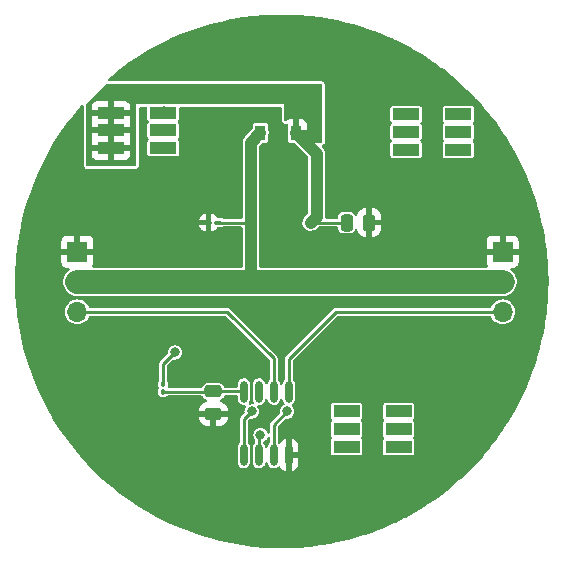
<source format=gtl>
G04 #@! TF.GenerationSoftware,KiCad,Pcbnew,7.0.8*
G04 #@! TF.CreationDate,2023-12-04T03:04:35-07:00*
G04 #@! TF.ProjectId,Lit,4c69742e-6b69-4636-9164-5f7063625858,rev?*
G04 #@! TF.SameCoordinates,Original*
G04 #@! TF.FileFunction,Copper,L1,Top*
G04 #@! TF.FilePolarity,Positive*
%FSLAX46Y46*%
G04 Gerber Fmt 4.6, Leading zero omitted, Abs format (unit mm)*
G04 Created by KiCad (PCBNEW 7.0.8) date 2023-12-04 03:04:35*
%MOMM*%
%LPD*%
G01*
G04 APERTURE LIST*
G04 Aperture macros list*
%AMRoundRect*
0 Rectangle with rounded corners*
0 $1 Rounding radius*
0 $2 $3 $4 $5 $6 $7 $8 $9 X,Y pos of 4 corners*
0 Add a 4 corners polygon primitive as box body*
4,1,4,$2,$3,$4,$5,$6,$7,$8,$9,$2,$3,0*
0 Add four circle primitives for the rounded corners*
1,1,$1+$1,$2,$3*
1,1,$1+$1,$4,$5*
1,1,$1+$1,$6,$7*
1,1,$1+$1,$8,$9*
0 Add four rect primitives between the rounded corners*
20,1,$1+$1,$2,$3,$4,$5,0*
20,1,$1+$1,$4,$5,$6,$7,0*
20,1,$1+$1,$6,$7,$8,$9,0*
20,1,$1+$1,$8,$9,$2,$3,0*%
%AMFreePoly0*
4,1,9,3.862500,-0.866500,0.737500,-0.866500,0.737500,-0.450000,-0.737500,-0.450000,-0.737500,0.450000,0.737500,0.450000,0.737500,0.866500,3.862500,0.866500,3.862500,-0.866500,3.862500,-0.866500,$1*%
G04 Aperture macros list end*
G04 #@! TA.AperFunction,SMDPad,CuDef*
%ADD10R,0.900000X1.300000*%
G04 #@! TD*
G04 #@! TA.AperFunction,SMDPad,CuDef*
%ADD11FreePoly0,270.000000*%
G04 #@! TD*
G04 #@! TA.AperFunction,SMDPad,CuDef*
%ADD12R,2.260000X1.000000*%
G04 #@! TD*
G04 #@! TA.AperFunction,SMDPad,CuDef*
%ADD13RoundRect,0.250000X-0.475000X0.250000X-0.475000X-0.250000X0.475000X-0.250000X0.475000X0.250000X0*%
G04 #@! TD*
G04 #@! TA.AperFunction,SMDPad,CuDef*
%ADD14RoundRect,0.100000X-0.100000X0.130000X-0.100000X-0.130000X0.100000X-0.130000X0.100000X0.130000X0*%
G04 #@! TD*
G04 #@! TA.AperFunction,SMDPad,CuDef*
%ADD15RoundRect,0.250000X0.250000X0.475000X-0.250000X0.475000X-0.250000X-0.475000X0.250000X-0.475000X0*%
G04 #@! TD*
G04 #@! TA.AperFunction,ComponentPad*
%ADD16R,1.700000X1.700000*%
G04 #@! TD*
G04 #@! TA.AperFunction,ComponentPad*
%ADD17O,1.700000X1.700000*%
G04 #@! TD*
G04 #@! TA.AperFunction,SMDPad,CuDef*
%ADD18RoundRect,0.100000X-0.217500X-0.100000X0.217500X-0.100000X0.217500X0.100000X-0.217500X0.100000X0*%
G04 #@! TD*
G04 #@! TA.AperFunction,SMDPad,CuDef*
%ADD19O,0.630000X1.860000*%
G04 #@! TD*
G04 #@! TA.AperFunction,ViaPad*
%ADD20C,0.800000*%
G04 #@! TD*
G04 #@! TA.AperFunction,Conductor*
%ADD21C,1.000000*%
G04 #@! TD*
G04 #@! TA.AperFunction,Conductor*
%ADD22C,0.250000*%
G04 #@! TD*
G04 #@! TA.AperFunction,Conductor*
%ADD23C,2.000000*%
G04 #@! TD*
G04 APERTURE END LIST*
D10*
X135500000Y-81412500D03*
D11*
X137000000Y-81500000D03*
D10*
X138500000Y-81412500D03*
D12*
X127260000Y-82700000D03*
X127260000Y-81200000D03*
X127260000Y-79700000D03*
X122840000Y-79700000D03*
X122840000Y-81200000D03*
X122840000Y-82700000D03*
X147832500Y-82825000D03*
X147832500Y-81325000D03*
X147832500Y-79825000D03*
X152252500Y-79825000D03*
X152252500Y-81325000D03*
X152252500Y-82825000D03*
X142790000Y-105000000D03*
X142790000Y-106500000D03*
X142790000Y-108000000D03*
X147210000Y-108000000D03*
X147210000Y-106500000D03*
X147210000Y-105000000D03*
D13*
X131500000Y-103300000D03*
X131500000Y-105200000D03*
D14*
X127250000Y-102680000D03*
X127250000Y-103320000D03*
D15*
X144700000Y-89000000D03*
X142800000Y-89000000D03*
D16*
X156000000Y-91475000D03*
D17*
X156000000Y-94015000D03*
X156000000Y-96555000D03*
D18*
X131092500Y-89000000D03*
X131907500Y-89000000D03*
D19*
X134090000Y-108680000D03*
X135370000Y-108680000D03*
X136630000Y-108680000D03*
X137900000Y-108680000D03*
X137900000Y-103320000D03*
X136630000Y-103320000D03*
X135370000Y-103320000D03*
X134090000Y-103320000D03*
D16*
X120000000Y-91475000D03*
D17*
X120000000Y-94015000D03*
X120000000Y-96555000D03*
D20*
X128250000Y-100000000D03*
X139750000Y-89000000D03*
X142750000Y-105000000D03*
X137750000Y-105000000D03*
X134750000Y-105000000D03*
X142750000Y-106500000D03*
X135500000Y-107000000D03*
X142750000Y-108000000D03*
X152250000Y-79750000D03*
X147250000Y-108000000D03*
X152250000Y-81250000D03*
X147250000Y-106500000D03*
X147250000Y-105000000D03*
X152250000Y-82750000D03*
X127325000Y-79600000D03*
X147625000Y-79775000D03*
X147575000Y-81325000D03*
X127325000Y-81100000D03*
X127325000Y-82750000D03*
X147775000Y-82850000D03*
D21*
X134685000Y-82227500D02*
X134685000Y-88995000D01*
X135500000Y-81412500D02*
X134685000Y-82227500D01*
X140250000Y-88500000D02*
X139750000Y-89000000D01*
X140250000Y-83162500D02*
X140250000Y-88500000D01*
X138500000Y-81412500D02*
X140250000Y-83162500D01*
D22*
X131907500Y-89000000D02*
X134680000Y-89000000D01*
D21*
X134685000Y-93730000D02*
X134685000Y-88995000D01*
D22*
X134400000Y-94015000D02*
X134685000Y-93730000D01*
X134680000Y-89000000D02*
X134685000Y-88995000D01*
D23*
X120000000Y-94015000D02*
X134400000Y-94015000D01*
X134400000Y-94015000D02*
X156000000Y-94015000D01*
D22*
X139770000Y-89000000D02*
X139765000Y-88995000D01*
X142800000Y-89000000D02*
X139770000Y-89000000D01*
X127250000Y-101000000D02*
X128250000Y-100000000D01*
X127250000Y-102680000D02*
X127250000Y-101000000D01*
X134070000Y-103300000D02*
X134090000Y-103320000D01*
X127250000Y-103320000D02*
X131480000Y-103320000D01*
X131500000Y-103300000D02*
X134070000Y-103300000D01*
X131480000Y-103320000D02*
X131500000Y-103300000D01*
X136630000Y-106120000D02*
X137750000Y-105000000D01*
X136630000Y-108680000D02*
X136630000Y-106120000D01*
X134090000Y-105660000D02*
X134090000Y-108680000D01*
X134750000Y-105000000D02*
X134090000Y-105660000D01*
X135370000Y-107130000D02*
X135500000Y-107000000D01*
X135370000Y-108680000D02*
X135370000Y-107130000D01*
X136630000Y-100505000D02*
X132680000Y-96555000D01*
X132680000Y-96555000D02*
X120000000Y-96555000D01*
X136630000Y-103320000D02*
X136630000Y-100505000D01*
X141895000Y-96555000D02*
X156000000Y-96555000D01*
X137900000Y-103320000D02*
X137900000Y-100550000D01*
X137900000Y-100550000D02*
X141895000Y-96555000D01*
G04 #@! TA.AperFunction,Conductor*
G36*
X137799785Y-71394574D02*
G01*
X138641327Y-71429845D01*
X138747446Y-71435444D01*
X139580694Y-71505413D01*
X139692548Y-71516058D01*
X140516532Y-71620151D01*
X140633424Y-71636273D01*
X141446958Y-71773872D01*
X141568368Y-71795866D01*
X142370552Y-71966375D01*
X142495807Y-71994567D01*
X143285488Y-72197323D01*
X143414057Y-72232015D01*
X144190270Y-72466367D01*
X144321508Y-72507789D01*
X145083297Y-72773072D01*
X145216543Y-72821393D01*
X145962902Y-73116897D01*
X146097638Y-73172292D01*
X146827488Y-73497242D01*
X146917268Y-73538660D01*
X146963207Y-73559853D01*
X147675648Y-73913512D01*
X147811708Y-73983381D01*
X148130482Y-74158628D01*
X148505780Y-74364949D01*
X148539851Y-74384302D01*
X148641704Y-74442158D01*
X149316472Y-74850811D01*
X149451663Y-74935332D01*
X150106295Y-75370269D01*
X150240195Y-75462054D01*
X150821499Y-75884396D01*
X150873785Y-75922384D01*
X151005928Y-76021404D01*
X151617646Y-76506246D01*
X151747448Y-76612343D01*
X152336467Y-77120770D01*
X152463539Y-77233899D01*
X152566213Y-77330316D01*
X153029072Y-77764969D01*
X153152887Y-77884930D01*
X153694170Y-78437670D01*
X153759944Y-78507004D01*
X153814283Y-78564285D01*
X154258294Y-79057410D01*
X154330601Y-79137715D01*
X154446586Y-79270794D01*
X154937253Y-79863909D01*
X155048648Y-80003163D01*
X155497753Y-80594837D01*
X155512993Y-80614914D01*
X155609644Y-80746770D01*
X155619439Y-80760132D01*
X155756266Y-80957000D01*
X156056856Y-81389493D01*
X156157957Y-81540371D01*
X156374734Y-81881957D01*
X156566981Y-82184890D01*
X156567841Y-82186244D01*
X156663242Y-82342481D01*
X157045014Y-83003726D01*
X157134435Y-83165090D01*
X157487585Y-83840605D01*
X157570666Y-84006679D01*
X157894730Y-84695350D01*
X157971196Y-84865804D01*
X158265750Y-85566519D01*
X158335309Y-85740917D01*
X158599952Y-86452521D01*
X158662385Y-86630513D01*
X158896748Y-87351807D01*
X158951850Y-87533025D01*
X159155599Y-88262772D01*
X159203198Y-88446866D01*
X159376068Y-89183905D01*
X159415975Y-89370362D01*
X159557740Y-90113520D01*
X159589827Y-90301944D01*
X159700285Y-91049957D01*
X159724453Y-91239982D01*
X159803455Y-91991632D01*
X159819613Y-92182765D01*
X159867058Y-92936897D01*
X159875149Y-93128635D01*
X159892983Y-93980000D01*
X159875149Y-94831364D01*
X159867058Y-95023102D01*
X159819613Y-95777234D01*
X159803455Y-95968367D01*
X159724453Y-96720017D01*
X159700285Y-96910042D01*
X159589827Y-97658055D01*
X159557740Y-97846479D01*
X159415975Y-98589637D01*
X159376068Y-98776094D01*
X159203198Y-99513133D01*
X159155599Y-99697227D01*
X158951850Y-100426974D01*
X158896748Y-100608192D01*
X158662385Y-101329486D01*
X158599952Y-101507478D01*
X158335309Y-102219082D01*
X158265750Y-102393480D01*
X157971196Y-103094195D01*
X157894730Y-103264649D01*
X157570666Y-103953320D01*
X157487585Y-104119394D01*
X157134435Y-104794909D01*
X157045014Y-104956273D01*
X156663242Y-105617518D01*
X156567841Y-105773755D01*
X156157957Y-106419628D01*
X156056856Y-106570506D01*
X155619447Y-107199856D01*
X155513002Y-107345073D01*
X155048648Y-107956836D01*
X154937253Y-108096090D01*
X154446586Y-108689205D01*
X154330601Y-108822284D01*
X153814293Y-109395703D01*
X153694170Y-109522329D01*
X153152887Y-110075069D01*
X153029072Y-110195030D01*
X152463542Y-110726098D01*
X152336481Y-110839218D01*
X151747448Y-111347656D01*
X151617646Y-111453753D01*
X151005912Y-111938608D01*
X150873785Y-112037615D01*
X150240194Y-112497947D01*
X150106294Y-112589731D01*
X149451663Y-113024667D01*
X149316472Y-113109188D01*
X148641704Y-113517841D01*
X148505774Y-113595053D01*
X147811708Y-113976618D01*
X147675648Y-114046487D01*
X146963207Y-114400146D01*
X146827475Y-114462763D01*
X146097646Y-114787704D01*
X145962854Y-114843121D01*
X145216553Y-115138602D01*
X145169350Y-115155721D01*
X145083299Y-115186926D01*
X144321527Y-115452204D01*
X144190240Y-115493641D01*
X143414063Y-115727982D01*
X143285493Y-115762675D01*
X142495809Y-115965431D01*
X142370527Y-115993629D01*
X141568392Y-116164128D01*
X141446964Y-116186126D01*
X140633424Y-116323726D01*
X140516465Y-116339857D01*
X139692573Y-116443938D01*
X139580667Y-116454588D01*
X138747463Y-116524554D01*
X138641279Y-116530156D01*
X137799802Y-116565424D01*
X137699889Y-116566478D01*
X136851233Y-116566478D01*
X136758222Y-116563535D01*
X135903457Y-116527710D01*
X135817859Y-116521382D01*
X134958139Y-116449189D01*
X134880507Y-116440146D01*
X134016921Y-116331050D01*
X133947897Y-116320043D01*
X133081462Y-116173496D01*
X133021676Y-116161358D01*
X132153443Y-115976810D01*
X132147899Y-115975439D01*
X132103400Y-115964431D01*
X131234483Y-115741332D01*
X131211837Y-115734706D01*
X131194655Y-115729679D01*
X130326208Y-115467479D01*
X130297260Y-115457667D01*
X129430192Y-115155721D01*
X129412724Y-115148966D01*
X128548068Y-114806625D01*
X128542451Y-114804176D01*
X127682586Y-114421340D01*
X126835029Y-114000609D01*
X126005834Y-113544755D01*
X125196455Y-113054578D01*
X124408313Y-112530937D01*
X123642790Y-111974752D01*
X122901229Y-111386998D01*
X122184931Y-110768707D01*
X121495153Y-110120962D01*
X120833104Y-109444900D01*
X120199947Y-108741708D01*
X119596792Y-108012618D01*
X119024697Y-107258911D01*
X118484666Y-106481908D01*
X117977646Y-105682972D01*
X117843139Y-105450000D01*
X130275001Y-105450000D01*
X130275001Y-105499986D01*
X130285494Y-105602697D01*
X130340641Y-105769119D01*
X130340643Y-105769124D01*
X130432684Y-105918345D01*
X130556654Y-106042315D01*
X130705875Y-106134356D01*
X130705880Y-106134358D01*
X130872302Y-106189505D01*
X130872309Y-106189506D01*
X130975019Y-106199999D01*
X131249999Y-106199999D01*
X131250000Y-106199998D01*
X131250000Y-105450000D01*
X131750000Y-105450000D01*
X131750000Y-106199999D01*
X132024972Y-106199999D01*
X132024986Y-106199998D01*
X132127697Y-106189505D01*
X132294119Y-106134358D01*
X132294124Y-106134356D01*
X132443345Y-106042315D01*
X132567315Y-105918345D01*
X132659356Y-105769124D01*
X132659358Y-105769119D01*
X132714505Y-105602697D01*
X132714506Y-105602690D01*
X132724999Y-105499986D01*
X132725000Y-105499973D01*
X132725000Y-105450000D01*
X131750000Y-105450000D01*
X131250000Y-105450000D01*
X130275001Y-105450000D01*
X117843139Y-105450000D01*
X117504526Y-104863506D01*
X117066138Y-104024946D01*
X116663249Y-103168764D01*
X116296567Y-102296461D01*
X115966735Y-101409569D01*
X115674331Y-100509642D01*
X115419868Y-99598261D01*
X115203794Y-98677023D01*
X115026487Y-97747545D01*
X114888257Y-96811457D01*
X114861302Y-96555000D01*
X118944417Y-96555000D01*
X118964699Y-96760932D01*
X118964700Y-96760934D01*
X119024768Y-96958954D01*
X119122315Y-97141450D01*
X119122317Y-97141452D01*
X119253589Y-97301410D01*
X119350209Y-97380702D01*
X119413550Y-97432685D01*
X119596046Y-97530232D01*
X119794066Y-97590300D01*
X119794065Y-97590300D01*
X119812529Y-97592118D01*
X120000000Y-97610583D01*
X120205934Y-97590300D01*
X120403954Y-97530232D01*
X120586450Y-97432685D01*
X120746410Y-97301410D01*
X120877685Y-97141450D01*
X120975232Y-96958954D01*
X120975234Y-96958945D01*
X120976021Y-96957049D01*
X120976701Y-96956203D01*
X120978104Y-96953581D01*
X120978601Y-96953846D01*
X121019862Y-96902645D01*
X121086156Y-96880579D01*
X121090583Y-96880500D01*
X132493812Y-96880500D01*
X132560851Y-96900185D01*
X132581493Y-96916819D01*
X136268181Y-100603507D01*
X136301666Y-100664830D01*
X136304500Y-100691188D01*
X136304500Y-102249776D01*
X136284815Y-102316815D01*
X136265138Y-102340398D01*
X136226362Y-102376613D01*
X136152733Y-102497690D01*
X136118577Y-102619594D01*
X136081535Y-102678837D01*
X136018344Y-102708648D01*
X135949068Y-102699564D01*
X135895700Y-102654468D01*
X135876330Y-102603023D01*
X135871051Y-102564612D01*
X135814595Y-102434636D01*
X135725164Y-102324712D01*
X135725163Y-102324711D01*
X135725158Y-102324707D01*
X135609395Y-102242992D01*
X135609394Y-102242991D01*
X135475870Y-102195537D01*
X135334492Y-102185866D01*
X135334491Y-102185866D01*
X135334490Y-102185866D01*
X135287950Y-102195537D01*
X135195747Y-102214696D01*
X135187283Y-102219082D01*
X135069926Y-102279892D01*
X135069923Y-102279894D01*
X135069922Y-102279895D01*
X135069921Y-102279895D01*
X134966360Y-102376615D01*
X134966360Y-102376616D01*
X134892733Y-102497690D01*
X134892732Y-102497692D01*
X134892732Y-102497693D01*
X134855913Y-102629105D01*
X134854500Y-102634147D01*
X134854500Y-103970264D01*
X134868949Y-104075388D01*
X134925404Y-104205363D01*
X134929814Y-104212615D01*
X134927342Y-104214118D01*
X134948853Y-104265394D01*
X134936757Y-104334208D01*
X134889377Y-104385560D01*
X134821756Y-104403144D01*
X134809439Y-104402143D01*
X134750001Y-104394318D01*
X134749999Y-104394318D01*
X134641395Y-104408616D01*
X134572360Y-104397850D01*
X134520104Y-104351470D01*
X134501219Y-104284201D01*
X134519261Y-104221251D01*
X134567268Y-104142307D01*
X134605500Y-104005854D01*
X134605500Y-102669736D01*
X134591051Y-102564612D01*
X134534595Y-102434636D01*
X134445164Y-102324712D01*
X134445163Y-102324711D01*
X134445158Y-102324707D01*
X134329395Y-102242992D01*
X134329394Y-102242991D01*
X134195870Y-102195537D01*
X134054492Y-102185866D01*
X134054491Y-102185866D01*
X134054490Y-102185866D01*
X134007950Y-102195537D01*
X133915747Y-102214696D01*
X133907283Y-102219082D01*
X133789926Y-102279892D01*
X133789923Y-102279894D01*
X133789922Y-102279895D01*
X133789921Y-102279895D01*
X133686360Y-102376615D01*
X133686360Y-102376616D01*
X133612733Y-102497690D01*
X133612732Y-102497692D01*
X133612732Y-102497693D01*
X133575913Y-102629105D01*
X133574500Y-102634147D01*
X133574500Y-102850500D01*
X133554815Y-102917539D01*
X133502011Y-102963294D01*
X133450500Y-102974500D01*
X132513847Y-102974500D01*
X132446808Y-102954815D01*
X132401053Y-102902011D01*
X132396812Y-102891471D01*
X132377793Y-102837118D01*
X132297150Y-102727850D01*
X132187882Y-102647207D01*
X132187880Y-102647206D01*
X132059700Y-102602353D01*
X132029270Y-102599500D01*
X132029266Y-102599500D01*
X130970734Y-102599500D01*
X130970730Y-102599500D01*
X130940300Y-102602353D01*
X130940298Y-102602353D01*
X130812119Y-102647206D01*
X130812117Y-102647207D01*
X130702850Y-102727850D01*
X130622207Y-102837117D01*
X130622206Y-102837119D01*
X130596195Y-102911455D01*
X130555473Y-102968231D01*
X130490520Y-102993978D01*
X130479154Y-102994500D01*
X127773518Y-102994500D01*
X127706479Y-102974815D01*
X127660724Y-102922011D01*
X127650702Y-102858470D01*
X127650293Y-102858447D01*
X127650401Y-102856565D01*
X127650345Y-102856206D01*
X127650499Y-102854877D01*
X127650499Y-102854873D01*
X127650500Y-102854865D01*
X127650499Y-102505136D01*
X127649636Y-102497693D01*
X127647586Y-102480012D01*
X127647585Y-102480010D01*
X127647585Y-102480009D01*
X127602206Y-102377235D01*
X127602203Y-102377232D01*
X127597199Y-102369926D01*
X127575554Y-102303494D01*
X127575500Y-102299851D01*
X127575500Y-101186187D01*
X127595185Y-101119148D01*
X127611815Y-101098510D01*
X128078315Y-100632009D01*
X128139636Y-100598526D01*
X128182180Y-100596753D01*
X128249999Y-100605682D01*
X128250000Y-100605682D01*
X128250001Y-100605682D01*
X128302254Y-100598802D01*
X128406762Y-100585044D01*
X128552841Y-100524536D01*
X128678282Y-100428282D01*
X128774536Y-100302841D01*
X128835044Y-100156762D01*
X128855682Y-100000000D01*
X128835044Y-99843238D01*
X128774536Y-99697159D01*
X128678282Y-99571718D01*
X128552841Y-99475464D01*
X128406762Y-99414956D01*
X128406760Y-99414955D01*
X128250001Y-99394318D01*
X128249999Y-99394318D01*
X128093239Y-99414955D01*
X128093237Y-99414956D01*
X127947160Y-99475463D01*
X127821718Y-99571718D01*
X127725463Y-99697160D01*
X127664956Y-99843237D01*
X127664955Y-99843239D01*
X127644318Y-99999998D01*
X127644318Y-100000001D01*
X127653246Y-100067818D01*
X127642480Y-100136853D01*
X127617988Y-100171684D01*
X127031803Y-100757870D01*
X127027814Y-100761525D01*
X126996805Y-100787545D01*
X126976562Y-100822606D01*
X126973656Y-100827166D01*
X126950446Y-100860313D01*
X126948206Y-100865117D01*
X126941229Y-100881961D01*
X126939410Y-100886959D01*
X126932383Y-100926811D01*
X126931212Y-100932091D01*
X126920735Y-100971191D01*
X126924264Y-101011513D01*
X126924500Y-101016920D01*
X126924500Y-102299851D01*
X126904815Y-102366890D01*
X126902801Y-102369926D01*
X126897794Y-102377235D01*
X126852415Y-102480006D01*
X126852415Y-102480008D01*
X126849500Y-102505131D01*
X126849500Y-102854856D01*
X126849502Y-102854882D01*
X126852413Y-102879986D01*
X126852414Y-102879990D01*
X126852415Y-102879991D01*
X126883289Y-102949914D01*
X126892360Y-103019191D01*
X126883289Y-103050084D01*
X126852415Y-103120006D01*
X126852415Y-103120008D01*
X126849500Y-103145131D01*
X126849500Y-103494856D01*
X126849502Y-103494882D01*
X126852413Y-103519987D01*
X126852415Y-103519991D01*
X126897793Y-103622764D01*
X126897794Y-103622765D01*
X126977235Y-103702206D01*
X127080009Y-103747585D01*
X127105135Y-103750500D01*
X127394864Y-103750499D01*
X127394879Y-103750497D01*
X127394882Y-103750497D01*
X127419987Y-103747586D01*
X127419988Y-103747585D01*
X127419991Y-103747585D01*
X127522765Y-103702206D01*
X127543152Y-103681819D01*
X127604475Y-103648334D01*
X127630833Y-103645500D01*
X130493151Y-103645500D01*
X130560190Y-103665185D01*
X130605945Y-103717989D01*
X130610187Y-103728531D01*
X130622207Y-103762882D01*
X130702850Y-103872150D01*
X130812118Y-103952793D01*
X130876033Y-103975158D01*
X130932807Y-104015878D01*
X130958555Y-104080830D01*
X130945099Y-104149392D01*
X130896712Y-104199795D01*
X130874082Y-104209904D01*
X130705878Y-104265642D01*
X130705875Y-104265643D01*
X130556654Y-104357684D01*
X130432684Y-104481654D01*
X130340643Y-104630875D01*
X130340641Y-104630880D01*
X130285494Y-104797302D01*
X130285493Y-104797309D01*
X130275000Y-104900013D01*
X130275000Y-104950000D01*
X132724999Y-104950000D01*
X132724999Y-104900028D01*
X132724998Y-104900013D01*
X132714505Y-104797302D01*
X132659358Y-104630880D01*
X132659356Y-104630875D01*
X132567315Y-104481654D01*
X132443345Y-104357684D01*
X132294124Y-104265643D01*
X132294119Y-104265641D01*
X132125917Y-104209905D01*
X132068472Y-104170133D01*
X132041649Y-104105617D01*
X132053964Y-104036841D01*
X132101507Y-103985641D01*
X132123966Y-103975158D01*
X132123972Y-103975156D01*
X132187882Y-103952793D01*
X132297150Y-103872150D01*
X132377793Y-103762882D01*
X132396806Y-103708543D01*
X132437527Y-103651769D01*
X132502480Y-103626022D01*
X132513847Y-103625500D01*
X133450500Y-103625500D01*
X133517539Y-103645185D01*
X133563294Y-103697989D01*
X133574500Y-103749500D01*
X133574500Y-103970264D01*
X133588949Y-104075388D01*
X133645405Y-104205364D01*
X133709545Y-104284201D01*
X133734836Y-104315288D01*
X133734841Y-104315292D01*
X133850604Y-104397007D01*
X133850605Y-104397008D01*
X133984129Y-104444462D01*
X133984132Y-104444463D01*
X134125510Y-104454134D01*
X134129517Y-104453301D01*
X134139487Y-104451230D01*
X134209129Y-104456863D01*
X134264670Y-104499253D01*
X134288476Y-104564942D01*
X134272989Y-104633074D01*
X134263091Y-104648122D01*
X134225464Y-104697157D01*
X134164956Y-104843237D01*
X134164955Y-104843239D01*
X134144318Y-104999998D01*
X134144318Y-105000001D01*
X134153246Y-105067818D01*
X134142480Y-105136853D01*
X134117988Y-105171684D01*
X133871803Y-105417870D01*
X133867814Y-105421525D01*
X133836805Y-105447545D01*
X133816562Y-105482606D01*
X133813656Y-105487166D01*
X133790446Y-105520313D01*
X133788206Y-105525117D01*
X133781229Y-105541961D01*
X133779410Y-105546959D01*
X133772383Y-105586811D01*
X133771212Y-105592091D01*
X133760735Y-105631191D01*
X133764264Y-105671513D01*
X133764500Y-105676920D01*
X133764500Y-107609776D01*
X133744815Y-107676815D01*
X133725138Y-107700398D01*
X133686362Y-107736613D01*
X133612733Y-107857690D01*
X133612732Y-107857692D01*
X133612732Y-107857693D01*
X133574500Y-107994146D01*
X133574500Y-109330264D01*
X133588949Y-109435388D01*
X133645405Y-109565364D01*
X133703707Y-109637026D01*
X133734836Y-109675288D01*
X133734841Y-109675292D01*
X133850604Y-109757007D01*
X133850605Y-109757008D01*
X133984129Y-109804462D01*
X133984132Y-109804463D01*
X134125510Y-109814134D01*
X134264254Y-109785303D01*
X134390074Y-109720108D01*
X134493639Y-109623385D01*
X134567268Y-109502307D01*
X134605500Y-109365854D01*
X134605500Y-108029736D01*
X134591051Y-107924612D01*
X134534595Y-107794636D01*
X134445164Y-107684712D01*
X134445163Y-107684711D01*
X134443313Y-107682437D01*
X134416274Y-107618011D01*
X134415500Y-107604181D01*
X134415500Y-105846187D01*
X134435185Y-105779148D01*
X134451815Y-105758510D01*
X134578314Y-105632010D01*
X134639637Y-105598526D01*
X134682181Y-105596753D01*
X134749999Y-105605682D01*
X134750000Y-105605682D01*
X134750001Y-105605682D01*
X134802254Y-105598802D01*
X134906762Y-105585044D01*
X135052841Y-105524536D01*
X135178282Y-105428282D01*
X135274536Y-105302841D01*
X135335044Y-105156762D01*
X135355682Y-105000000D01*
X135349099Y-104950000D01*
X135335044Y-104843239D01*
X135335044Y-104843238D01*
X135274536Y-104697159D01*
X135237704Y-104649158D01*
X135212511Y-104583992D01*
X135226549Y-104515547D01*
X135275363Y-104465557D01*
X135343454Y-104449893D01*
X135344386Y-104449952D01*
X135405510Y-104454134D01*
X135544254Y-104425303D01*
X135670074Y-104360108D01*
X135773639Y-104263385D01*
X135847268Y-104142307D01*
X135881423Y-104020403D01*
X135918463Y-103961163D01*
X135981654Y-103931351D01*
X136050930Y-103940434D01*
X136104299Y-103985530D01*
X136123669Y-104036974D01*
X136128949Y-104075389D01*
X136161093Y-104149392D01*
X136185405Y-104205364D01*
X136249545Y-104284201D01*
X136274836Y-104315288D01*
X136274841Y-104315292D01*
X136390604Y-104397007D01*
X136390605Y-104397008D01*
X136524129Y-104444462D01*
X136524132Y-104444463D01*
X136665510Y-104454134D01*
X136804254Y-104425303D01*
X136930074Y-104360108D01*
X137033639Y-104263385D01*
X137107268Y-104142307D01*
X137145500Y-104005854D01*
X137145500Y-104005851D01*
X137147788Y-103997686D01*
X137150833Y-103998539D01*
X137173196Y-103948700D01*
X137231723Y-103910537D01*
X137301591Y-103910074D01*
X137360618Y-103947458D01*
X137390063Y-104010820D01*
X137390290Y-104012394D01*
X137398949Y-104075389D01*
X137455404Y-104205363D01*
X137455406Y-104205366D01*
X137512637Y-104275711D01*
X137539676Y-104340137D01*
X137527592Y-104408954D01*
X137480220Y-104460312D01*
X137463905Y-104468527D01*
X137447161Y-104475462D01*
X137321718Y-104571718D01*
X137225463Y-104697160D01*
X137164956Y-104843237D01*
X137164955Y-104843239D01*
X137144318Y-104999998D01*
X137144318Y-105000001D01*
X137153246Y-105067818D01*
X137142480Y-105136853D01*
X137117988Y-105171684D01*
X136411803Y-105877870D01*
X136407814Y-105881525D01*
X136376805Y-105907545D01*
X136356562Y-105942606D01*
X136353656Y-105947166D01*
X136330446Y-105980313D01*
X136328206Y-105985117D01*
X136321229Y-106001961D01*
X136319410Y-106006959D01*
X136312383Y-106046811D01*
X136311212Y-106052091D01*
X136300735Y-106091191D01*
X136304264Y-106131513D01*
X136304500Y-106136920D01*
X136304500Y-106749662D01*
X136284815Y-106816701D01*
X136232011Y-106862456D01*
X136162853Y-106872400D01*
X136099297Y-106843375D01*
X136065939Y-106797115D01*
X136024536Y-106697160D01*
X136024536Y-106697159D01*
X135928282Y-106571718D01*
X135802841Y-106475464D01*
X135656762Y-106414956D01*
X135656760Y-106414955D01*
X135500001Y-106394318D01*
X135499999Y-106394318D01*
X135343239Y-106414955D01*
X135343237Y-106414956D01*
X135197160Y-106475463D01*
X135071718Y-106571718D01*
X134975463Y-106697160D01*
X134914956Y-106843237D01*
X134914955Y-106843239D01*
X134894318Y-106999998D01*
X134894318Y-107000001D01*
X134914955Y-107156760D01*
X134914957Y-107156765D01*
X134975461Y-107302836D01*
X134975464Y-107302842D01*
X135018875Y-107359415D01*
X135044070Y-107424584D01*
X135044500Y-107434902D01*
X135044500Y-107609776D01*
X135024815Y-107676815D01*
X135005138Y-107700398D01*
X134966362Y-107736613D01*
X134892733Y-107857690D01*
X134892732Y-107857692D01*
X134892732Y-107857693D01*
X134854500Y-107994146D01*
X134854500Y-109330264D01*
X134868949Y-109435388D01*
X134925405Y-109565364D01*
X134983707Y-109637026D01*
X135014836Y-109675288D01*
X135014841Y-109675292D01*
X135130604Y-109757007D01*
X135130605Y-109757008D01*
X135264129Y-109804462D01*
X135264132Y-109804463D01*
X135405510Y-109814134D01*
X135544254Y-109785303D01*
X135670074Y-109720108D01*
X135773639Y-109623385D01*
X135847268Y-109502307D01*
X135881423Y-109380403D01*
X135918463Y-109321163D01*
X135981654Y-109291351D01*
X136050930Y-109300434D01*
X136104299Y-109345530D01*
X136123669Y-109396974D01*
X136128949Y-109435389D01*
X136166712Y-109522329D01*
X136185405Y-109565364D01*
X136243707Y-109637026D01*
X136274836Y-109675288D01*
X136274841Y-109675292D01*
X136390604Y-109757007D01*
X136390605Y-109757008D01*
X136524129Y-109804462D01*
X136524132Y-109804463D01*
X136665510Y-109814134D01*
X136804254Y-109785303D01*
X136930074Y-109720108D01*
X136993323Y-109661037D01*
X137055752Y-109629666D01*
X137125233Y-109637026D01*
X137179705Y-109680782D01*
X137182953Y-109685689D01*
X137258775Y-109806360D01*
X137388639Y-109936224D01*
X137544147Y-110033936D01*
X137650000Y-110070974D01*
X137650000Y-108930000D01*
X138150000Y-108930000D01*
X138150000Y-110070973D01*
X138255852Y-110033936D01*
X138411360Y-109936224D01*
X138541224Y-109806360D01*
X138638937Y-109650849D01*
X138699592Y-109477509D01*
X138699595Y-109477496D01*
X138714999Y-109340776D01*
X138715000Y-109340772D01*
X138715000Y-108930000D01*
X138150000Y-108930000D01*
X137650000Y-108930000D01*
X137650000Y-108519752D01*
X141459500Y-108519752D01*
X141471131Y-108578229D01*
X141471132Y-108578230D01*
X141515447Y-108644552D01*
X141581769Y-108688867D01*
X141581770Y-108688868D01*
X141640247Y-108700499D01*
X141640250Y-108700500D01*
X141640252Y-108700500D01*
X143939750Y-108700500D01*
X143939751Y-108700499D01*
X143954568Y-108697552D01*
X143998229Y-108688868D01*
X143998229Y-108688867D01*
X143998231Y-108688867D01*
X144064552Y-108644552D01*
X144108867Y-108578231D01*
X144108867Y-108578229D01*
X144108868Y-108578229D01*
X144120499Y-108519752D01*
X145879500Y-108519752D01*
X145891131Y-108578229D01*
X145891132Y-108578230D01*
X145935447Y-108644552D01*
X146001769Y-108688867D01*
X146001770Y-108688868D01*
X146060247Y-108700499D01*
X146060250Y-108700500D01*
X146060252Y-108700500D01*
X148359750Y-108700500D01*
X148359751Y-108700499D01*
X148374568Y-108697552D01*
X148418229Y-108688868D01*
X148418229Y-108688867D01*
X148418231Y-108688867D01*
X148484552Y-108644552D01*
X148528867Y-108578231D01*
X148528867Y-108578229D01*
X148528868Y-108578229D01*
X148540499Y-108519752D01*
X148540500Y-108519750D01*
X148540500Y-107480249D01*
X148540499Y-107480247D01*
X148528868Y-107421770D01*
X148528867Y-107421769D01*
X148484552Y-107355447D01*
X148481043Y-107353103D01*
X148436237Y-107299492D01*
X148427528Y-107230167D01*
X148457682Y-107167139D01*
X148481043Y-107146897D01*
X148484552Y-107144552D01*
X148496670Y-107126416D01*
X148528867Y-107078231D01*
X148528867Y-107078229D01*
X148528868Y-107078229D01*
X148540499Y-107019752D01*
X148540500Y-107019750D01*
X148540500Y-105980249D01*
X148540499Y-105980247D01*
X148528868Y-105921770D01*
X148528867Y-105921769D01*
X148484552Y-105855447D01*
X148481043Y-105853103D01*
X148436237Y-105799492D01*
X148427528Y-105730167D01*
X148457682Y-105667139D01*
X148481043Y-105646897D01*
X148484552Y-105644552D01*
X148502616Y-105617518D01*
X148528867Y-105578231D01*
X148528867Y-105578229D01*
X148528868Y-105578229D01*
X148539432Y-105525117D01*
X148540500Y-105519748D01*
X148540500Y-104480252D01*
X148540500Y-104480249D01*
X148540499Y-104480247D01*
X148528868Y-104421770D01*
X148528867Y-104421769D01*
X148484552Y-104355447D01*
X148418230Y-104311132D01*
X148418229Y-104311131D01*
X148359752Y-104299500D01*
X148359748Y-104299500D01*
X146060252Y-104299500D01*
X146060247Y-104299500D01*
X146001770Y-104311131D01*
X146001769Y-104311132D01*
X145935447Y-104355447D01*
X145891132Y-104421769D01*
X145891131Y-104421770D01*
X145879500Y-104480247D01*
X145879500Y-105519752D01*
X145891131Y-105578229D01*
X145891132Y-105578230D01*
X145935448Y-105644553D01*
X145938959Y-105646899D01*
X145983764Y-105700512D01*
X145992470Y-105769837D01*
X145962314Y-105832864D01*
X145938959Y-105853101D01*
X145935448Y-105855446D01*
X145891132Y-105921769D01*
X145891131Y-105921770D01*
X145879500Y-105980247D01*
X145879500Y-107019752D01*
X145891131Y-107078229D01*
X145891132Y-107078230D01*
X145935448Y-107144553D01*
X145938959Y-107146899D01*
X145983764Y-107200512D01*
X145992470Y-107269837D01*
X145962314Y-107332864D01*
X145938959Y-107353101D01*
X145935448Y-107355446D01*
X145891132Y-107421769D01*
X145891131Y-107421770D01*
X145879500Y-107480247D01*
X145879500Y-108519752D01*
X144120499Y-108519752D01*
X144120500Y-108519750D01*
X144120500Y-107480249D01*
X144120499Y-107480247D01*
X144108868Y-107421770D01*
X144108867Y-107421769D01*
X144064552Y-107355447D01*
X144061043Y-107353103D01*
X144016237Y-107299492D01*
X144007528Y-107230167D01*
X144037682Y-107167139D01*
X144061043Y-107146897D01*
X144064552Y-107144552D01*
X144076670Y-107126416D01*
X144108867Y-107078231D01*
X144108867Y-107078229D01*
X144108868Y-107078229D01*
X144120499Y-107019752D01*
X144120500Y-107019750D01*
X144120500Y-105980249D01*
X144120499Y-105980247D01*
X144108868Y-105921770D01*
X144108867Y-105921769D01*
X144064552Y-105855447D01*
X144061043Y-105853103D01*
X144016237Y-105799492D01*
X144007528Y-105730167D01*
X144037682Y-105667139D01*
X144061043Y-105646897D01*
X144064552Y-105644552D01*
X144082616Y-105617518D01*
X144108867Y-105578231D01*
X144108867Y-105578229D01*
X144108868Y-105578229D01*
X144119432Y-105525117D01*
X144120500Y-105519748D01*
X144120500Y-104480252D01*
X144120500Y-104480249D01*
X144120499Y-104480247D01*
X144108868Y-104421770D01*
X144108867Y-104421769D01*
X144064552Y-104355447D01*
X143998230Y-104311132D01*
X143998229Y-104311131D01*
X143939752Y-104299500D01*
X143939748Y-104299500D01*
X141640252Y-104299500D01*
X141640247Y-104299500D01*
X141581770Y-104311131D01*
X141581769Y-104311132D01*
X141515447Y-104355447D01*
X141471132Y-104421769D01*
X141471131Y-104421770D01*
X141459500Y-104480247D01*
X141459500Y-105519752D01*
X141471131Y-105578229D01*
X141471132Y-105578230D01*
X141515448Y-105644553D01*
X141518959Y-105646899D01*
X141563764Y-105700512D01*
X141572470Y-105769837D01*
X141542314Y-105832864D01*
X141518959Y-105853101D01*
X141515448Y-105855446D01*
X141471132Y-105921769D01*
X141471131Y-105921770D01*
X141459500Y-105980247D01*
X141459500Y-107019752D01*
X141471131Y-107078229D01*
X141471132Y-107078230D01*
X141515448Y-107144553D01*
X141518959Y-107146899D01*
X141563764Y-107200512D01*
X141572470Y-107269837D01*
X141542314Y-107332864D01*
X141518959Y-107353101D01*
X141515448Y-107355446D01*
X141471132Y-107421769D01*
X141471131Y-107421770D01*
X141459500Y-107480247D01*
X141459500Y-108519752D01*
X137650000Y-108519752D01*
X137650000Y-107289024D01*
X138150000Y-107289024D01*
X138150000Y-108430000D01*
X138715000Y-108430000D01*
X138715000Y-108019227D01*
X138714999Y-108019223D01*
X138699595Y-107882503D01*
X138699592Y-107882490D01*
X138638937Y-107709150D01*
X138541224Y-107553639D01*
X138411360Y-107423775D01*
X138255855Y-107326065D01*
X138255851Y-107326063D01*
X138150000Y-107289024D01*
X137650000Y-107289024D01*
X137649999Y-107289024D01*
X137544148Y-107326063D01*
X137544144Y-107326065D01*
X137388639Y-107423775D01*
X137258775Y-107553639D01*
X137185098Y-107670896D01*
X137132763Y-107717187D01*
X137063709Y-107727835D01*
X136999861Y-107699460D01*
X136983886Y-107683142D01*
X136983282Y-107682399D01*
X136956268Y-107617962D01*
X136955500Y-107604181D01*
X136955500Y-106306187D01*
X136975185Y-106239148D01*
X136991815Y-106218510D01*
X137578315Y-105632009D01*
X137639636Y-105598526D01*
X137682180Y-105596753D01*
X137749999Y-105605682D01*
X137750000Y-105605682D01*
X137750001Y-105605682D01*
X137802254Y-105598802D01*
X137906762Y-105585044D01*
X138052841Y-105524536D01*
X138178282Y-105428282D01*
X138274536Y-105302841D01*
X138335044Y-105156762D01*
X138355682Y-105000000D01*
X138349099Y-104950000D01*
X138335044Y-104843239D01*
X138335044Y-104843238D01*
X138274536Y-104697159D01*
X138178282Y-104571718D01*
X138177193Y-104570882D01*
X138176507Y-104569943D01*
X138172535Y-104565971D01*
X138173154Y-104565351D01*
X138135991Y-104514458D01*
X138131834Y-104444712D01*
X138166045Y-104383791D01*
X138195630Y-104362410D01*
X138200074Y-104360108D01*
X138303639Y-104263385D01*
X138377268Y-104142307D01*
X138415500Y-104005854D01*
X138415500Y-102669736D01*
X138401051Y-102564612D01*
X138344595Y-102434636D01*
X138255164Y-102324712D01*
X138255163Y-102324711D01*
X138253313Y-102322437D01*
X138226274Y-102258011D01*
X138225500Y-102244181D01*
X138225500Y-100736188D01*
X138245185Y-100669149D01*
X138261819Y-100648507D01*
X141993508Y-96916819D01*
X142054831Y-96883334D01*
X142081189Y-96880500D01*
X154909417Y-96880500D01*
X154976456Y-96900185D01*
X155022211Y-96952989D01*
X155023979Y-96957049D01*
X155024768Y-96958954D01*
X155122315Y-97141450D01*
X155122317Y-97141452D01*
X155253589Y-97301410D01*
X155350209Y-97380702D01*
X155413550Y-97432685D01*
X155596046Y-97530232D01*
X155794066Y-97590300D01*
X155794065Y-97590300D01*
X155812529Y-97592118D01*
X156000000Y-97610583D01*
X156205934Y-97590300D01*
X156403954Y-97530232D01*
X156586450Y-97432685D01*
X156746410Y-97301410D01*
X156877685Y-97141450D01*
X156975232Y-96958954D01*
X157035300Y-96760934D01*
X157055583Y-96555000D01*
X157035300Y-96349066D01*
X156975232Y-96151046D01*
X156877685Y-95968550D01*
X156797547Y-95870901D01*
X156746410Y-95808589D01*
X156586452Y-95677317D01*
X156586453Y-95677317D01*
X156586450Y-95677315D01*
X156403954Y-95579768D01*
X156205934Y-95519700D01*
X156205932Y-95519699D01*
X156205934Y-95519699D01*
X156000000Y-95499417D01*
X155794067Y-95519699D01*
X155596043Y-95579769D01*
X155485898Y-95638643D01*
X155413550Y-95677315D01*
X155413548Y-95677316D01*
X155413547Y-95677317D01*
X155253589Y-95808589D01*
X155122317Y-95968547D01*
X155024768Y-96151045D01*
X155023979Y-96152951D01*
X155023298Y-96153796D01*
X155021896Y-96156419D01*
X155021398Y-96156153D01*
X154980138Y-96207355D01*
X154913844Y-96229421D01*
X154909417Y-96229500D01*
X141911913Y-96229500D01*
X141906511Y-96229264D01*
X141899126Y-96228618D01*
X141866192Y-96225736D01*
X141866191Y-96225736D01*
X141827099Y-96236211D01*
X141821819Y-96237382D01*
X141781954Y-96244412D01*
X141776962Y-96246229D01*
X141760117Y-96253206D01*
X141755313Y-96255446D01*
X141722163Y-96278658D01*
X141717602Y-96281564D01*
X141682548Y-96301804D01*
X141682545Y-96301806D01*
X141682543Y-96301807D01*
X141682542Y-96301809D01*
X141656523Y-96332815D01*
X141652869Y-96336803D01*
X137681803Y-100307870D01*
X137677814Y-100311525D01*
X137646805Y-100337545D01*
X137626562Y-100372606D01*
X137623656Y-100377166D01*
X137600446Y-100410313D01*
X137598206Y-100415117D01*
X137591229Y-100431961D01*
X137589410Y-100436959D01*
X137582383Y-100476811D01*
X137581212Y-100482091D01*
X137570735Y-100521191D01*
X137574264Y-100561513D01*
X137574500Y-100566920D01*
X137574500Y-102249776D01*
X137554815Y-102316815D01*
X137535138Y-102340398D01*
X137496362Y-102376613D01*
X137422733Y-102497690D01*
X137422732Y-102497692D01*
X137422732Y-102497693D01*
X137384500Y-102634146D01*
X137384500Y-102634147D01*
X137382212Y-102642314D01*
X137379176Y-102641463D01*
X137356754Y-102691356D01*
X137298205Y-102729484D01*
X137228337Y-102729904D01*
X137169332Y-102692485D01*
X137139925Y-102629105D01*
X137139709Y-102627604D01*
X137136330Y-102603023D01*
X137131051Y-102564612D01*
X137074595Y-102434636D01*
X136985164Y-102324712D01*
X136985163Y-102324711D01*
X136983313Y-102322437D01*
X136956274Y-102258011D01*
X136955500Y-102244181D01*
X136955500Y-100521920D01*
X136955736Y-100516513D01*
X136959264Y-100476193D01*
X136948782Y-100437076D01*
X136947616Y-100431818D01*
X136940588Y-100391955D01*
X136940586Y-100391952D01*
X136940586Y-100391950D01*
X136938760Y-100386933D01*
X136931820Y-100370176D01*
X136929554Y-100365319D01*
X136929554Y-100365316D01*
X136906339Y-100332162D01*
X136903433Y-100327599D01*
X136883196Y-100292548D01*
X136883195Y-100292547D01*
X136883194Y-100292545D01*
X136852177Y-100266518D01*
X136848193Y-100262867D01*
X135174963Y-98589637D01*
X132922119Y-96336793D01*
X132918474Y-96332814D01*
X132892456Y-96301807D01*
X132892455Y-96301806D01*
X132881058Y-96295226D01*
X132857392Y-96281561D01*
X132852831Y-96278655D01*
X132839687Y-96269452D01*
X132819684Y-96255446D01*
X132819681Y-96255445D01*
X132814861Y-96253197D01*
X132798055Y-96246235D01*
X132793043Y-96244411D01*
X132753190Y-96237383D01*
X132747910Y-96236212D01*
X132708808Y-96225735D01*
X132673892Y-96228790D01*
X132668481Y-96229264D01*
X132663078Y-96229500D01*
X121090583Y-96229500D01*
X121023544Y-96209815D01*
X120977789Y-96157011D01*
X120976021Y-96152951D01*
X120975233Y-96151051D01*
X120975232Y-96151046D01*
X120877685Y-95968550D01*
X120797547Y-95870901D01*
X120746410Y-95808589D01*
X120586452Y-95677317D01*
X120586453Y-95677317D01*
X120586450Y-95677315D01*
X120403954Y-95579768D01*
X120205934Y-95519700D01*
X120205932Y-95519699D01*
X120205934Y-95519699D01*
X120000000Y-95499417D01*
X119794067Y-95519699D01*
X119596043Y-95579769D01*
X119485898Y-95638643D01*
X119413550Y-95677315D01*
X119413548Y-95677316D01*
X119413547Y-95677317D01*
X119253589Y-95808589D01*
X119122317Y-95968547D01*
X119024769Y-96151043D01*
X118964699Y-96349067D01*
X118944417Y-96555000D01*
X114861302Y-96555000D01*
X114789348Y-95870402D01*
X114729934Y-94926031D01*
X114710117Y-93980000D01*
X114729934Y-93033969D01*
X114771528Y-92372844D01*
X118650000Y-92372844D01*
X118656401Y-92432372D01*
X118656403Y-92432379D01*
X118706645Y-92567086D01*
X118706649Y-92567093D01*
X118792809Y-92682187D01*
X118792812Y-92682190D01*
X118907906Y-92768350D01*
X118907913Y-92768354D01*
X119042620Y-92818596D01*
X119042627Y-92818598D01*
X119102155Y-92824999D01*
X119102172Y-92825000D01*
X119213764Y-92825000D01*
X119280803Y-92844685D01*
X119326558Y-92897489D01*
X119336502Y-92966647D01*
X119307477Y-93030203D01*
X119288490Y-93047954D01*
X119187765Y-93124017D01*
X119187762Y-93124019D01*
X119037876Y-93288437D01*
X119037874Y-93288439D01*
X118920754Y-93477595D01*
X118920753Y-93477599D01*
X118840382Y-93685060D01*
X118799500Y-93903757D01*
X118799500Y-94126243D01*
X118840382Y-94344940D01*
X118920752Y-94552398D01*
X118920754Y-94552404D01*
X119037874Y-94741560D01*
X119037876Y-94741562D01*
X119187761Y-94905979D01*
X119365308Y-95040056D01*
X119365316Y-95040061D01*
X119564461Y-95139224D01*
X119564465Y-95139225D01*
X119564472Y-95139229D01*
X119778464Y-95200115D01*
X119944497Y-95215500D01*
X119944501Y-95215500D01*
X156055499Y-95215500D01*
X156055503Y-95215500D01*
X156221536Y-95200115D01*
X156435528Y-95139229D01*
X156634689Y-95040058D01*
X156812236Y-94905981D01*
X156962124Y-94741562D01*
X157079247Y-94552401D01*
X157159618Y-94344940D01*
X157200500Y-94126243D01*
X157200500Y-93903757D01*
X157159618Y-93685060D01*
X157079247Y-93477599D01*
X156962124Y-93288438D01*
X156949952Y-93275086D01*
X156812237Y-93124019D01*
X156812234Y-93124017D01*
X156711510Y-93047954D01*
X156669873Y-92991845D01*
X156665181Y-92922134D01*
X156698924Y-92860951D01*
X156760387Y-92827724D01*
X156786236Y-92825000D01*
X156897828Y-92825000D01*
X156897844Y-92824999D01*
X156957372Y-92818598D01*
X156957379Y-92818596D01*
X157092086Y-92768354D01*
X157092093Y-92768350D01*
X157207187Y-92682190D01*
X157207190Y-92682187D01*
X157293350Y-92567093D01*
X157293354Y-92567086D01*
X157343596Y-92432379D01*
X157343598Y-92432372D01*
X157349999Y-92372844D01*
X157350000Y-92372827D01*
X157350000Y-91725000D01*
X156433686Y-91725000D01*
X156459493Y-91684844D01*
X156500000Y-91546889D01*
X156500000Y-91403111D01*
X156459493Y-91265156D01*
X156433686Y-91225000D01*
X157350000Y-91225000D01*
X157350000Y-90577172D01*
X157349999Y-90577155D01*
X157343598Y-90517627D01*
X157343596Y-90517620D01*
X157293354Y-90382913D01*
X157293350Y-90382906D01*
X157207190Y-90267812D01*
X157207187Y-90267809D01*
X157092093Y-90181649D01*
X157092086Y-90181645D01*
X156957379Y-90131403D01*
X156957372Y-90131401D01*
X156897844Y-90125000D01*
X156250000Y-90125000D01*
X156250000Y-91039498D01*
X156142315Y-90990320D01*
X156035763Y-90975000D01*
X155964237Y-90975000D01*
X155857685Y-90990320D01*
X155750000Y-91039498D01*
X155750000Y-90125000D01*
X155102155Y-90125000D01*
X155042627Y-90131401D01*
X155042620Y-90131403D01*
X154907913Y-90181645D01*
X154907906Y-90181649D01*
X154792812Y-90267809D01*
X154792809Y-90267812D01*
X154706649Y-90382906D01*
X154706645Y-90382913D01*
X154656403Y-90517620D01*
X154656401Y-90517627D01*
X154650000Y-90577155D01*
X154650000Y-91225000D01*
X155566314Y-91225000D01*
X155540507Y-91265156D01*
X155500000Y-91403111D01*
X155500000Y-91546889D01*
X155540507Y-91684844D01*
X155566314Y-91725000D01*
X154650000Y-91725000D01*
X154650000Y-92372844D01*
X154656401Y-92432372D01*
X154656403Y-92432379D01*
X154706645Y-92567086D01*
X154706647Y-92567089D01*
X154743403Y-92616188D01*
X154767821Y-92681652D01*
X154752970Y-92749925D01*
X154703565Y-92799331D01*
X154644137Y-92814500D01*
X135509500Y-92814500D01*
X135442461Y-92794815D01*
X135396706Y-92742011D01*
X135385500Y-92690500D01*
X135385500Y-82569019D01*
X135405185Y-82501980D01*
X135421819Y-82481338D01*
X135603838Y-82299319D01*
X135665161Y-82265834D01*
X135691519Y-82263000D01*
X135969750Y-82263000D01*
X135969751Y-82262999D01*
X135984568Y-82260052D01*
X136028229Y-82251368D01*
X136028229Y-82251367D01*
X136028231Y-82251367D01*
X136094552Y-82207052D01*
X136138867Y-82140731D01*
X136138867Y-82140729D01*
X136138868Y-82140729D01*
X136150499Y-82082252D01*
X136150500Y-82082250D01*
X136150500Y-81700586D01*
X136161426Y-81649692D01*
X136161612Y-81649278D01*
X136173695Y-81622432D01*
X136204358Y-81455106D01*
X136194086Y-81285304D01*
X136156114Y-81163443D01*
X136150500Y-81126554D01*
X136150500Y-80742749D01*
X136150499Y-80742747D01*
X136138868Y-80684270D01*
X136138867Y-80684269D01*
X136094552Y-80617947D01*
X136028230Y-80573632D01*
X136028229Y-80573631D01*
X135969752Y-80562000D01*
X135969748Y-80562000D01*
X135030252Y-80562000D01*
X135030247Y-80562000D01*
X134971770Y-80573631D01*
X134971769Y-80573632D01*
X134905447Y-80617947D01*
X134861132Y-80684269D01*
X134861131Y-80684270D01*
X134849500Y-80742747D01*
X134849500Y-81020980D01*
X134829815Y-81088019D01*
X134813181Y-81108661D01*
X134205966Y-81715875D01*
X134203240Y-81718442D01*
X134156818Y-81759568D01*
X134121586Y-81810609D01*
X134119368Y-81813624D01*
X134081124Y-81862439D01*
X134081119Y-81862448D01*
X134076960Y-81871688D01*
X134065942Y-81891223D01*
X134060187Y-81899561D01*
X134060183Y-81899567D01*
X134060182Y-81899570D01*
X134060180Y-81899574D01*
X134060179Y-81899577D01*
X134038189Y-81957555D01*
X134036757Y-81961013D01*
X134011305Y-82017568D01*
X134009477Y-82027542D01*
X134003453Y-82049153D01*
X133999860Y-82058627D01*
X133999859Y-82058628D01*
X133992384Y-82120185D01*
X133991821Y-82123886D01*
X133980642Y-82184890D01*
X133980642Y-82184895D01*
X133984387Y-82246802D01*
X133984500Y-82250547D01*
X133984500Y-88550500D01*
X133964815Y-88617539D01*
X133912011Y-88663294D01*
X133860500Y-88674500D01*
X132375149Y-88674500D01*
X132308110Y-88654815D01*
X132305074Y-88652801D01*
X132297767Y-88647796D01*
X132297765Y-88647794D01*
X132201890Y-88605461D01*
X132194992Y-88602415D01*
X132169868Y-88599500D01*
X131896852Y-88599500D01*
X131829813Y-88579815D01*
X131798477Y-88550987D01*
X131737926Y-88472077D01*
X131612586Y-88375899D01*
X131466634Y-88315445D01*
X131466630Y-88315444D01*
X131349330Y-88300000D01*
X131292500Y-88300000D01*
X131292500Y-89699999D01*
X131349324Y-89699999D01*
X131466628Y-89684557D01*
X131466633Y-89684555D01*
X131612585Y-89624100D01*
X131737926Y-89527922D01*
X131798478Y-89449012D01*
X131854906Y-89407810D01*
X131896850Y-89400499D01*
X132169864Y-89400499D01*
X132169879Y-89400497D01*
X132169882Y-89400497D01*
X132194987Y-89397586D01*
X132194988Y-89397585D01*
X132194991Y-89397585D01*
X132297765Y-89352206D01*
X132297769Y-89352201D01*
X132305074Y-89347199D01*
X132371506Y-89325554D01*
X132375149Y-89325500D01*
X133860500Y-89325500D01*
X133927539Y-89345185D01*
X133973294Y-89397989D01*
X133984500Y-89449500D01*
X133984500Y-92690500D01*
X133964815Y-92757539D01*
X133912011Y-92803294D01*
X133860500Y-92814500D01*
X121355863Y-92814500D01*
X121288824Y-92794815D01*
X121243069Y-92742011D01*
X121233125Y-92672853D01*
X121256597Y-92616188D01*
X121293352Y-92567089D01*
X121293354Y-92567086D01*
X121343596Y-92432379D01*
X121343598Y-92432372D01*
X121349999Y-92372844D01*
X121350000Y-92372827D01*
X121350000Y-91725000D01*
X120433686Y-91725000D01*
X120459493Y-91684844D01*
X120500000Y-91546889D01*
X120500000Y-91403111D01*
X120459493Y-91265156D01*
X120433686Y-91225000D01*
X121350000Y-91225000D01*
X121350000Y-90577172D01*
X121349999Y-90577155D01*
X121343598Y-90517627D01*
X121343596Y-90517620D01*
X121293354Y-90382913D01*
X121293350Y-90382906D01*
X121207190Y-90267812D01*
X121207187Y-90267809D01*
X121092093Y-90181649D01*
X121092086Y-90181645D01*
X120957379Y-90131403D01*
X120957372Y-90131401D01*
X120897844Y-90125000D01*
X120250000Y-90125000D01*
X120250000Y-91039498D01*
X120142315Y-90990320D01*
X120035763Y-90975000D01*
X119964237Y-90975000D01*
X119857685Y-90990320D01*
X119750000Y-91039498D01*
X119750000Y-90125000D01*
X119102155Y-90125000D01*
X119042627Y-90131401D01*
X119042620Y-90131403D01*
X118907913Y-90181645D01*
X118907906Y-90181649D01*
X118792812Y-90267809D01*
X118792809Y-90267812D01*
X118706649Y-90382906D01*
X118706645Y-90382913D01*
X118656403Y-90517620D01*
X118656401Y-90517627D01*
X118650000Y-90577155D01*
X118650000Y-91225000D01*
X119566314Y-91225000D01*
X119540507Y-91265156D01*
X119500000Y-91403111D01*
X119500000Y-91546889D01*
X119540507Y-91684844D01*
X119566314Y-91725000D01*
X118650000Y-91725000D01*
X118650000Y-92372844D01*
X114771528Y-92372844D01*
X114789348Y-92089598D01*
X114888257Y-91148543D01*
X115026487Y-90212455D01*
X115203794Y-89282977D01*
X115223256Y-89200001D01*
X130282988Y-89200001D01*
X130290442Y-89256627D01*
X130290444Y-89256633D01*
X130350899Y-89402585D01*
X130447075Y-89527924D01*
X130572413Y-89624100D01*
X130718365Y-89684554D01*
X130718369Y-89684555D01*
X130835676Y-89699999D01*
X130892499Y-89699998D01*
X130892500Y-89699998D01*
X130892500Y-89200000D01*
X130282990Y-89200000D01*
X130282988Y-89200001D01*
X115223256Y-89200001D01*
X115317075Y-88800000D01*
X130282987Y-88800000D01*
X130892500Y-88800000D01*
X130892500Y-88300000D01*
X130892499Y-88299999D01*
X130835676Y-88300000D01*
X130718371Y-88315442D01*
X130718366Y-88315444D01*
X130572414Y-88375899D01*
X130447075Y-88472075D01*
X130350899Y-88597413D01*
X130290444Y-88743368D01*
X130282987Y-88800000D01*
X115317075Y-88800000D01*
X115419868Y-88361739D01*
X115674331Y-87450358D01*
X115966735Y-86550431D01*
X116296567Y-85663539D01*
X116663249Y-84791236D01*
X117066138Y-83935054D01*
X117504526Y-83096494D01*
X117977646Y-82277028D01*
X118484666Y-81478092D01*
X119024697Y-80701089D01*
X119596792Y-79947382D01*
X120199947Y-79218292D01*
X120328350Y-79075686D01*
X120387837Y-79039037D01*
X120457694Y-79040368D01*
X120515742Y-79079254D01*
X120543552Y-79143351D01*
X120544500Y-79158658D01*
X120544500Y-84126007D01*
X120549197Y-84169686D01*
X120560402Y-84221193D01*
X120562889Y-84231370D01*
X120562890Y-84231373D01*
X120605900Y-84312085D01*
X120651655Y-84364889D01*
X120669246Y-84382843D01*
X120669247Y-84382844D01*
X120669249Y-84382845D01*
X120749059Y-84427488D01*
X120749063Y-84427490D01*
X120816102Y-84447175D01*
X120874000Y-84455500D01*
X120874004Y-84455500D01*
X124875991Y-84455500D01*
X124876000Y-84455500D01*
X124919684Y-84450803D01*
X124945439Y-84445200D01*
X124971193Y-84439598D01*
X124975374Y-84438575D01*
X124981373Y-84437110D01*
X125062085Y-84394100D01*
X125114889Y-84348345D01*
X125132843Y-84330754D01*
X125177490Y-84250937D01*
X125197175Y-84183898D01*
X125205500Y-84126000D01*
X125205500Y-79329500D01*
X125225185Y-79262461D01*
X125277989Y-79216706D01*
X125329500Y-79205500D01*
X125805500Y-79205500D01*
X125872539Y-79225185D01*
X125918294Y-79277989D01*
X125929500Y-79329500D01*
X125929500Y-80219752D01*
X125941131Y-80278229D01*
X125941132Y-80278230D01*
X125985448Y-80344553D01*
X125988959Y-80346899D01*
X126033764Y-80400512D01*
X126042470Y-80469837D01*
X126012314Y-80532864D01*
X125988959Y-80553101D01*
X125985448Y-80555446D01*
X125941132Y-80621769D01*
X125941131Y-80621770D01*
X125929500Y-80680247D01*
X125929500Y-81719752D01*
X125941131Y-81778229D01*
X125941132Y-81778230D01*
X125985448Y-81844553D01*
X125988959Y-81846899D01*
X126033764Y-81900512D01*
X126042470Y-81969837D01*
X126012314Y-82032864D01*
X125988959Y-82053101D01*
X125985448Y-82055446D01*
X125941132Y-82121769D01*
X125941131Y-82121770D01*
X125929500Y-82180247D01*
X125929500Y-83219752D01*
X125941131Y-83278229D01*
X125941132Y-83278230D01*
X125985447Y-83344552D01*
X126051769Y-83388867D01*
X126051770Y-83388868D01*
X126110247Y-83400499D01*
X126110250Y-83400500D01*
X126110252Y-83400500D01*
X128409750Y-83400500D01*
X128409751Y-83400499D01*
X128424568Y-83397552D01*
X128468229Y-83388868D01*
X128468229Y-83388867D01*
X128468231Y-83388867D01*
X128534552Y-83344552D01*
X128578867Y-83278231D01*
X128578867Y-83278229D01*
X128578868Y-83278229D01*
X128590499Y-83219752D01*
X128590500Y-83219750D01*
X128590500Y-82180249D01*
X128590499Y-82180247D01*
X128578868Y-82121770D01*
X128578867Y-82121769D01*
X128534552Y-82055447D01*
X128531043Y-82053103D01*
X128486237Y-81999492D01*
X128477528Y-81930167D01*
X128507682Y-81867139D01*
X128531043Y-81846897D01*
X128534552Y-81844552D01*
X128578867Y-81778231D01*
X128578867Y-81778229D01*
X128578868Y-81778229D01*
X128590499Y-81719752D01*
X128590500Y-81719750D01*
X128590500Y-80680249D01*
X128590499Y-80680247D01*
X128578868Y-80621770D01*
X128578867Y-80621769D01*
X128534552Y-80555447D01*
X128531043Y-80553103D01*
X128486237Y-80499492D01*
X128477528Y-80430167D01*
X128507682Y-80367139D01*
X128531043Y-80346897D01*
X128534552Y-80344552D01*
X128578867Y-80278231D01*
X128578867Y-80278229D01*
X128578868Y-80278229D01*
X128590499Y-80219752D01*
X128590500Y-80219750D01*
X128590500Y-79329500D01*
X128610185Y-79262461D01*
X128662989Y-79216706D01*
X128714500Y-79205500D01*
X137170500Y-79205500D01*
X137237539Y-79225185D01*
X137283294Y-79277989D01*
X137294500Y-79329500D01*
X137294500Y-80301927D01*
X137298046Y-80330160D01*
X137300883Y-80352752D01*
X137316051Y-80412175D01*
X137321202Y-80429231D01*
X137321203Y-80429233D01*
X137365351Y-80499492D01*
X137369859Y-80506667D01*
X137419265Y-80556072D01*
X137438094Y-80572726D01*
X137520894Y-80611564D01*
X137561018Y-80620292D01*
X137589161Y-80626414D01*
X137589160Y-80626414D01*
X137595563Y-80627401D01*
X137614009Y-80630246D01*
X137704662Y-80618154D01*
X137704664Y-80618153D01*
X137709104Y-80617561D01*
X137778158Y-80628208D01*
X137830493Y-80674499D01*
X137849500Y-80740472D01*
X137849500Y-81126554D01*
X137843886Y-81163443D01*
X137805914Y-81285303D01*
X137795642Y-81455103D01*
X137795642Y-81455105D01*
X137826304Y-81622431D01*
X137826306Y-81622435D01*
X137838574Y-81649692D01*
X137849500Y-81700586D01*
X137849500Y-82082252D01*
X137861131Y-82140729D01*
X137861132Y-82140730D01*
X137905447Y-82207052D01*
X137971769Y-82251367D01*
X137971770Y-82251368D01*
X138030247Y-82262999D01*
X138030250Y-82263000D01*
X138030252Y-82263000D01*
X138308481Y-82263000D01*
X138375520Y-82282685D01*
X138396162Y-82299319D01*
X139513181Y-83416338D01*
X139546666Y-83477661D01*
X139549500Y-83504019D01*
X139549500Y-88158480D01*
X139529815Y-88225519D01*
X139513181Y-88246161D01*
X139224712Y-88534629D01*
X139146121Y-88634944D01*
X139076306Y-88790064D01*
X139076304Y-88790068D01*
X139064381Y-88855135D01*
X139045642Y-88957394D01*
X139055914Y-89127196D01*
X139106522Y-89289606D01*
X139173559Y-89400499D01*
X139194530Y-89435188D01*
X139314811Y-89555469D01*
X139314813Y-89555470D01*
X139314815Y-89555472D01*
X139460394Y-89643478D01*
X139622804Y-89694086D01*
X139792606Y-89704358D01*
X139959932Y-89673695D01*
X140115057Y-89603878D01*
X140215367Y-89525290D01*
X140378839Y-89361817D01*
X140440161Y-89328334D01*
X140466519Y-89325500D01*
X141975500Y-89325500D01*
X142042539Y-89345185D01*
X142088294Y-89397989D01*
X142099500Y-89449500D01*
X142099500Y-89529269D01*
X142102353Y-89559699D01*
X142102353Y-89559701D01*
X142147206Y-89687880D01*
X142147207Y-89687882D01*
X142227850Y-89797150D01*
X142337118Y-89877793D01*
X142379845Y-89892744D01*
X142465299Y-89922646D01*
X142495730Y-89925500D01*
X142495734Y-89925500D01*
X143104270Y-89925500D01*
X143134699Y-89922646D01*
X143134701Y-89922646D01*
X143198790Y-89900219D01*
X143262882Y-89877793D01*
X143372150Y-89797150D01*
X143452793Y-89687882D01*
X143475158Y-89623964D01*
X143515877Y-89567192D01*
X143580830Y-89541444D01*
X143649392Y-89554900D01*
X143699795Y-89603287D01*
X143709904Y-89625917D01*
X143765642Y-89794121D01*
X143765643Y-89794124D01*
X143857684Y-89943345D01*
X143981654Y-90067315D01*
X144130875Y-90159356D01*
X144130880Y-90159358D01*
X144297302Y-90214505D01*
X144297309Y-90214506D01*
X144400019Y-90224999D01*
X144449999Y-90224998D01*
X144450000Y-90224998D01*
X144450000Y-89250000D01*
X144950000Y-89250000D01*
X144950000Y-90224999D01*
X144999972Y-90224999D01*
X144999986Y-90224998D01*
X145102697Y-90214505D01*
X145269119Y-90159358D01*
X145269124Y-90159356D01*
X145418345Y-90067315D01*
X145542315Y-89943345D01*
X145634356Y-89794124D01*
X145634358Y-89794119D01*
X145689505Y-89627697D01*
X145689506Y-89627690D01*
X145699999Y-89524986D01*
X145700000Y-89524973D01*
X145700000Y-89250000D01*
X144950000Y-89250000D01*
X144450000Y-89250000D01*
X144450000Y-87775000D01*
X144950000Y-87775000D01*
X144950000Y-88750000D01*
X145699999Y-88750000D01*
X145699999Y-88475028D01*
X145699998Y-88475013D01*
X145689505Y-88372302D01*
X145634358Y-88205880D01*
X145634356Y-88205875D01*
X145542315Y-88056654D01*
X145418345Y-87932684D01*
X145269124Y-87840643D01*
X145269119Y-87840641D01*
X145102697Y-87785494D01*
X145102690Y-87785493D01*
X144999986Y-87775000D01*
X144950000Y-87775000D01*
X144450000Y-87775000D01*
X144449999Y-87774999D01*
X144400029Y-87775000D01*
X144400011Y-87775001D01*
X144297302Y-87785494D01*
X144130880Y-87840641D01*
X144130875Y-87840643D01*
X143981654Y-87932684D01*
X143857684Y-88056654D01*
X143765643Y-88205875D01*
X143765641Y-88205880D01*
X143709905Y-88374082D01*
X143670132Y-88431527D01*
X143605617Y-88458350D01*
X143536841Y-88446035D01*
X143485641Y-88398492D01*
X143475158Y-88376033D01*
X143453957Y-88315445D01*
X143452793Y-88312118D01*
X143372150Y-88202850D01*
X143262882Y-88122207D01*
X143262880Y-88122206D01*
X143134700Y-88077353D01*
X143104270Y-88074500D01*
X143104266Y-88074500D01*
X142495734Y-88074500D01*
X142495730Y-88074500D01*
X142465300Y-88077353D01*
X142465298Y-88077353D01*
X142337119Y-88122206D01*
X142337117Y-88122207D01*
X142227850Y-88202850D01*
X142147207Y-88312117D01*
X142147206Y-88312119D01*
X142102353Y-88440298D01*
X142102353Y-88440300D01*
X142099500Y-88470730D01*
X142099500Y-88550500D01*
X142079815Y-88617539D01*
X142027011Y-88663294D01*
X141975500Y-88674500D01*
X141078107Y-88674500D01*
X141011068Y-88654815D01*
X140965313Y-88602011D01*
X140955643Y-88550042D01*
X140954811Y-88550093D01*
X140954405Y-88543389D01*
X140954334Y-88543005D01*
X140954358Y-88542606D01*
X140950613Y-88480696D01*
X140950500Y-88476951D01*
X140950500Y-83344752D01*
X146502000Y-83344752D01*
X146513631Y-83403229D01*
X146513632Y-83403230D01*
X146557947Y-83469552D01*
X146624269Y-83513867D01*
X146624270Y-83513868D01*
X146682747Y-83525499D01*
X146682750Y-83525500D01*
X146682752Y-83525500D01*
X148982250Y-83525500D01*
X148982251Y-83525499D01*
X148997068Y-83522552D01*
X149040729Y-83513868D01*
X149040729Y-83513867D01*
X149040731Y-83513867D01*
X149107052Y-83469552D01*
X149151367Y-83403231D01*
X149151367Y-83403229D01*
X149151368Y-83403229D01*
X149162999Y-83344752D01*
X150922000Y-83344752D01*
X150933631Y-83403229D01*
X150933632Y-83403230D01*
X150977947Y-83469552D01*
X151044269Y-83513867D01*
X151044270Y-83513868D01*
X151102747Y-83525499D01*
X151102750Y-83525500D01*
X151102752Y-83525500D01*
X153402250Y-83525500D01*
X153402251Y-83525499D01*
X153417068Y-83522552D01*
X153460729Y-83513868D01*
X153460729Y-83513867D01*
X153460731Y-83513867D01*
X153527052Y-83469552D01*
X153571367Y-83403231D01*
X153571367Y-83403229D01*
X153571368Y-83403229D01*
X153582999Y-83344752D01*
X153583000Y-83344750D01*
X153583000Y-82305249D01*
X153582999Y-82305247D01*
X153571368Y-82246770D01*
X153571367Y-82246769D01*
X153527052Y-82180447D01*
X153523543Y-82178103D01*
X153478737Y-82124492D01*
X153470028Y-82055167D01*
X153500182Y-81992139D01*
X153523543Y-81971897D01*
X153527052Y-81969552D01*
X153535068Y-81957555D01*
X153571367Y-81903231D01*
X153571367Y-81903229D01*
X153571368Y-81903229D01*
X153582572Y-81846899D01*
X153583000Y-81844748D01*
X153583000Y-80805252D01*
X153583000Y-80805249D01*
X153582999Y-80805247D01*
X153571368Y-80746770D01*
X153571367Y-80746769D01*
X153527052Y-80680447D01*
X153523543Y-80678103D01*
X153478737Y-80624492D01*
X153470028Y-80555167D01*
X153500182Y-80492139D01*
X153523543Y-80471897D01*
X153527052Y-80469552D01*
X153532298Y-80461701D01*
X153571367Y-80403231D01*
X153571367Y-80403229D01*
X153571368Y-80403229D01*
X153582572Y-80346899D01*
X153583000Y-80344748D01*
X153583000Y-79305252D01*
X153583000Y-79305249D01*
X153582999Y-79305247D01*
X153571368Y-79246770D01*
X153571367Y-79246769D01*
X153527052Y-79180447D01*
X153460730Y-79136132D01*
X153460729Y-79136131D01*
X153402252Y-79124500D01*
X153402248Y-79124500D01*
X151102752Y-79124500D01*
X151102747Y-79124500D01*
X151044270Y-79136131D01*
X151044269Y-79136132D01*
X150977947Y-79180447D01*
X150933632Y-79246769D01*
X150933631Y-79246770D01*
X150922000Y-79305247D01*
X150922000Y-80344752D01*
X150933631Y-80403229D01*
X150933632Y-80403230D01*
X150977948Y-80469553D01*
X150981459Y-80471899D01*
X151026264Y-80525512D01*
X151034970Y-80594837D01*
X151004814Y-80657864D01*
X150981459Y-80678101D01*
X150977948Y-80680446D01*
X150933632Y-80746769D01*
X150933631Y-80746770D01*
X150922000Y-80805247D01*
X150922000Y-81844752D01*
X150933631Y-81903229D01*
X150933632Y-81903230D01*
X150977948Y-81969553D01*
X150981459Y-81971899D01*
X151026264Y-82025512D01*
X151034970Y-82094837D01*
X151004814Y-82157864D01*
X150981459Y-82178101D01*
X150977948Y-82180446D01*
X150933632Y-82246769D01*
X150933631Y-82246770D01*
X150922000Y-82305247D01*
X150922000Y-83344752D01*
X149162999Y-83344752D01*
X149163000Y-83344750D01*
X149163000Y-82305249D01*
X149162999Y-82305247D01*
X149151368Y-82246770D01*
X149151367Y-82246769D01*
X149107052Y-82180447D01*
X149103543Y-82178103D01*
X149058737Y-82124492D01*
X149050028Y-82055167D01*
X149080182Y-81992139D01*
X149103543Y-81971897D01*
X149107052Y-81969552D01*
X149115068Y-81957555D01*
X149151367Y-81903231D01*
X149151367Y-81903229D01*
X149151368Y-81903229D01*
X149162572Y-81846899D01*
X149163000Y-81844748D01*
X149163000Y-80805252D01*
X149163000Y-80805249D01*
X149162999Y-80805247D01*
X149151368Y-80746770D01*
X149151367Y-80746769D01*
X149107052Y-80680447D01*
X149103543Y-80678103D01*
X149058737Y-80624492D01*
X149050028Y-80555167D01*
X149080182Y-80492139D01*
X149103543Y-80471897D01*
X149107052Y-80469552D01*
X149112298Y-80461701D01*
X149151367Y-80403231D01*
X149151367Y-80403229D01*
X149151368Y-80403229D01*
X149162572Y-80346899D01*
X149163000Y-80344748D01*
X149163000Y-79305252D01*
X149163000Y-79305249D01*
X149162999Y-79305247D01*
X149151368Y-79246770D01*
X149151367Y-79246769D01*
X149107052Y-79180447D01*
X149040730Y-79136132D01*
X149040729Y-79136131D01*
X148982252Y-79124500D01*
X148982248Y-79124500D01*
X146682752Y-79124500D01*
X146682747Y-79124500D01*
X146624270Y-79136131D01*
X146624269Y-79136132D01*
X146557947Y-79180447D01*
X146513632Y-79246769D01*
X146513631Y-79246770D01*
X146502000Y-79305247D01*
X146502000Y-80344752D01*
X146513631Y-80403229D01*
X146513632Y-80403230D01*
X146557948Y-80469553D01*
X146561459Y-80471899D01*
X146606264Y-80525512D01*
X146614970Y-80594837D01*
X146584814Y-80657864D01*
X146561459Y-80678101D01*
X146557948Y-80680446D01*
X146513632Y-80746769D01*
X146513631Y-80746770D01*
X146502000Y-80805247D01*
X146502000Y-81844752D01*
X146513631Y-81903229D01*
X146513632Y-81903230D01*
X146557948Y-81969553D01*
X146561459Y-81971899D01*
X146606264Y-82025512D01*
X146614970Y-82094837D01*
X146584814Y-82157864D01*
X146561459Y-82178101D01*
X146557948Y-82180446D01*
X146513632Y-82246769D01*
X146513631Y-82246770D01*
X146502000Y-82305247D01*
X146502000Y-83344752D01*
X140950500Y-83344752D01*
X140950500Y-83185547D01*
X140950613Y-83181802D01*
X140954358Y-83119894D01*
X140943175Y-83058871D01*
X140942613Y-83055174D01*
X140940618Y-83038751D01*
X140935140Y-82993628D01*
X140931548Y-82984156D01*
X140925521Y-82962534D01*
X140923695Y-82952571D01*
X140923695Y-82952569D01*
X140898224Y-82895976D01*
X140896817Y-82892579D01*
X140874818Y-82834570D01*
X140874816Y-82834568D01*
X140874816Y-82834566D01*
X140869062Y-82826231D01*
X140858034Y-82806677D01*
X140853880Y-82797447D01*
X140853878Y-82797444D01*
X140815621Y-82748612D01*
X140813427Y-82745630D01*
X140778183Y-82694571D01*
X140731750Y-82653435D01*
X140729056Y-82650899D01*
X140708773Y-82630616D01*
X140675288Y-82569293D01*
X140680272Y-82499601D01*
X140722144Y-82443668D01*
X140738126Y-82433510D01*
X140812085Y-82394100D01*
X140864889Y-82348345D01*
X140882843Y-82330754D01*
X140927490Y-82250937D01*
X140947175Y-82183898D01*
X140955500Y-82126000D01*
X140955500Y-77374000D01*
X140950803Y-77330316D01*
X140946535Y-77310701D01*
X140939598Y-77278807D01*
X140937110Y-77268629D01*
X140937110Y-77268627D01*
X140894100Y-77187915D01*
X140848345Y-77135111D01*
X140830756Y-77117159D01*
X140830750Y-77117154D01*
X140750940Y-77072511D01*
X140750935Y-77072509D01*
X140683903Y-77052826D01*
X140683899Y-77052825D01*
X140683898Y-77052825D01*
X140626000Y-77044500D01*
X122688419Y-77044500D01*
X122621380Y-77024815D01*
X122575625Y-76972011D01*
X122565681Y-76902853D01*
X122594706Y-76839297D01*
X122607395Y-76826633D01*
X122901229Y-76573002D01*
X123642790Y-75985248D01*
X124408313Y-75429063D01*
X125196455Y-74905422D01*
X126005833Y-74415245D01*
X126835029Y-73959391D01*
X127682586Y-73538660D01*
X127775648Y-73497226D01*
X128542551Y-73155778D01*
X128548048Y-73153382D01*
X129412798Y-72811003D01*
X129430162Y-72804288D01*
X130297389Y-72502287D01*
X130326181Y-72492528D01*
X131194817Y-72230271D01*
X131234461Y-72218672D01*
X131732829Y-72090713D01*
X132103400Y-71995568D01*
X132121901Y-71990991D01*
X132153415Y-71983195D01*
X133021760Y-71798623D01*
X133081431Y-71786508D01*
X133947983Y-71639942D01*
X134016917Y-71628950D01*
X134880566Y-71519846D01*
X134958111Y-71510812D01*
X135817882Y-71438615D01*
X135903448Y-71432289D01*
X136758264Y-71396462D01*
X136851233Y-71393522D01*
X137699889Y-71393522D01*
X137799785Y-71394574D01*
G37*
G04 #@! TD.AperFunction*
G04 #@! TA.AperFunction,NonConductor*
G36*
X136243773Y-107143695D02*
G01*
X136291384Y-107194832D01*
X136304500Y-107250337D01*
X136304500Y-107609776D01*
X136284815Y-107676815D01*
X136265138Y-107700398D01*
X136226362Y-107736613D01*
X136152733Y-107857690D01*
X136118577Y-107979594D01*
X136081535Y-108038837D01*
X136018344Y-108068648D01*
X135949068Y-108059564D01*
X135895700Y-108014468D01*
X135876330Y-107963023D01*
X135875480Y-107956836D01*
X135871051Y-107924612D01*
X135814595Y-107794636D01*
X135752320Y-107718091D01*
X135725282Y-107653666D01*
X135737366Y-107584850D01*
X135784737Y-107533491D01*
X135801057Y-107525274D01*
X135802841Y-107524536D01*
X135928282Y-107428282D01*
X136024536Y-107302841D01*
X136065939Y-107202884D01*
X136109780Y-107148481D01*
X136176074Y-107126416D01*
X136243773Y-107143695D01*
G37*
G04 #@! TD.AperFunction*
G04 #@! TA.AperFunction,Conductor*
G36*
X140693039Y-77269685D02*
G01*
X140738794Y-77322489D01*
X140750000Y-77374000D01*
X140750000Y-82126000D01*
X140730315Y-82193039D01*
X140677511Y-82238794D01*
X140626000Y-82250000D01*
X139573030Y-82250000D01*
X139505991Y-82230315D01*
X139460236Y-82177511D01*
X139449889Y-82113656D01*
X139449822Y-82113653D01*
X139449838Y-82113343D01*
X139449741Y-82112742D01*
X139449999Y-82110339D01*
X139450000Y-82110327D01*
X139450000Y-81662500D01*
X138374000Y-81662500D01*
X138306961Y-81642815D01*
X138261206Y-81590011D01*
X138250000Y-81538500D01*
X138250000Y-80262500D01*
X138750000Y-80262500D01*
X138750000Y-81162500D01*
X139450000Y-81162500D01*
X139450000Y-80714672D01*
X139449999Y-80714655D01*
X139443598Y-80655127D01*
X139443596Y-80655120D01*
X139393354Y-80520413D01*
X139393350Y-80520406D01*
X139307190Y-80405312D01*
X139307187Y-80405309D01*
X139192093Y-80319149D01*
X139192086Y-80319145D01*
X139057379Y-80268903D01*
X139057372Y-80268901D01*
X138997844Y-80262500D01*
X138750000Y-80262500D01*
X138250000Y-80262500D01*
X138002155Y-80262500D01*
X137942627Y-80268901D01*
X137942620Y-80268903D01*
X137807913Y-80319145D01*
X137807911Y-80319146D01*
X137698311Y-80401194D01*
X137632847Y-80425611D01*
X137564574Y-80410760D01*
X137515168Y-80361355D01*
X137500000Y-80301927D01*
X137500000Y-79000000D01*
X128417872Y-79000000D01*
X128411792Y-78999701D01*
X128409750Y-78999500D01*
X128409748Y-78999500D01*
X127368428Y-78999500D01*
X127360329Y-78998969D01*
X127325000Y-78994318D01*
X127289670Y-78998969D01*
X127281572Y-78999500D01*
X126110250Y-78999500D01*
X126108208Y-78999701D01*
X126102128Y-79000000D01*
X125000000Y-79000000D01*
X125000000Y-84126000D01*
X124980315Y-84193039D01*
X124927511Y-84238794D01*
X124876000Y-84250000D01*
X120874000Y-84250000D01*
X120806961Y-84230315D01*
X120761206Y-84177511D01*
X120750000Y-84126000D01*
X120750000Y-82950000D01*
X121210000Y-82950000D01*
X121210000Y-83247844D01*
X121216401Y-83307372D01*
X121216403Y-83307379D01*
X121266645Y-83442086D01*
X121266649Y-83442093D01*
X121352809Y-83557187D01*
X121352812Y-83557190D01*
X121467906Y-83643350D01*
X121467913Y-83643354D01*
X121602620Y-83693596D01*
X121602627Y-83693598D01*
X121662155Y-83699999D01*
X121662172Y-83700000D01*
X122590000Y-83700000D01*
X122590000Y-82950000D01*
X123090000Y-82950000D01*
X123090000Y-83700000D01*
X124017828Y-83700000D01*
X124017844Y-83699999D01*
X124077372Y-83693598D01*
X124077379Y-83693596D01*
X124212086Y-83643354D01*
X124212093Y-83643350D01*
X124327187Y-83557190D01*
X124327190Y-83557187D01*
X124413350Y-83442093D01*
X124413354Y-83442086D01*
X124463596Y-83307379D01*
X124463598Y-83307372D01*
X124469999Y-83247844D01*
X124470000Y-83247827D01*
X124470000Y-82950000D01*
X123090000Y-82950000D01*
X122590000Y-82950000D01*
X121210000Y-82950000D01*
X120750000Y-82950000D01*
X120750000Y-81450000D01*
X121210000Y-81450000D01*
X121210000Y-81747844D01*
X121216401Y-81807372D01*
X121216403Y-81807383D01*
X121253434Y-81906668D01*
X121258418Y-81976360D01*
X121253434Y-81993332D01*
X121216403Y-82092616D01*
X121216401Y-82092627D01*
X121210000Y-82152155D01*
X121210000Y-82450000D01*
X122590000Y-82450000D01*
X122590000Y-81450000D01*
X123090000Y-81450000D01*
X123090000Y-82450000D01*
X124470000Y-82450000D01*
X124470000Y-82152172D01*
X124469999Y-82152155D01*
X124463598Y-82092627D01*
X124463597Y-82092623D01*
X124426564Y-81993334D01*
X124421580Y-81923642D01*
X124426564Y-81906666D01*
X124463597Y-81807376D01*
X124463598Y-81807372D01*
X124469999Y-81747844D01*
X124470000Y-81747827D01*
X124470000Y-81450000D01*
X123090000Y-81450000D01*
X122590000Y-81450000D01*
X121210000Y-81450000D01*
X120750000Y-81450000D01*
X120750000Y-79950000D01*
X121210000Y-79950000D01*
X121210000Y-80247844D01*
X121216401Y-80307372D01*
X121216403Y-80307383D01*
X121253434Y-80406668D01*
X121258418Y-80476360D01*
X121253434Y-80493332D01*
X121216403Y-80592616D01*
X121216401Y-80592627D01*
X121210000Y-80652155D01*
X121210000Y-80950000D01*
X122590000Y-80950000D01*
X122590000Y-79950000D01*
X123090000Y-79950000D01*
X123090000Y-80950000D01*
X124470000Y-80950000D01*
X124470000Y-80652172D01*
X124469999Y-80652155D01*
X124463598Y-80592627D01*
X124463597Y-80592623D01*
X124426564Y-80493334D01*
X124421580Y-80423642D01*
X124426564Y-80406666D01*
X124463597Y-80307376D01*
X124463598Y-80307372D01*
X124469999Y-80247844D01*
X124470000Y-80247827D01*
X124470000Y-79950000D01*
X123090000Y-79950000D01*
X122590000Y-79950000D01*
X121210000Y-79950000D01*
X120750000Y-79950000D01*
X120750000Y-79450000D01*
X121210000Y-79450000D01*
X122590000Y-79450000D01*
X122590000Y-78700000D01*
X123090000Y-78700000D01*
X123090000Y-79450000D01*
X124470000Y-79450000D01*
X124470000Y-79152172D01*
X124469999Y-79152155D01*
X124463598Y-79092627D01*
X124463596Y-79092620D01*
X124413354Y-78957913D01*
X124413350Y-78957906D01*
X124327190Y-78842812D01*
X124327187Y-78842809D01*
X124212093Y-78756649D01*
X124212086Y-78756645D01*
X124077379Y-78706403D01*
X124077372Y-78706401D01*
X124017844Y-78700000D01*
X123090000Y-78700000D01*
X122590000Y-78700000D01*
X121662155Y-78700000D01*
X121602627Y-78706401D01*
X121602620Y-78706403D01*
X121467913Y-78756645D01*
X121467906Y-78756649D01*
X121352812Y-78842809D01*
X121352809Y-78842812D01*
X121266649Y-78957906D01*
X121266645Y-78957913D01*
X121216403Y-79092620D01*
X121216401Y-79092627D01*
X121210000Y-79152155D01*
X121210000Y-79450000D01*
X120750000Y-79450000D01*
X120750000Y-79051362D01*
X120769685Y-78984323D01*
X120786319Y-78963681D01*
X122463681Y-77286319D01*
X122525004Y-77252834D01*
X122551362Y-77250000D01*
X140626000Y-77250000D01*
X140693039Y-77269685D01*
G37*
G04 #@! TD.AperFunction*
M02*

</source>
